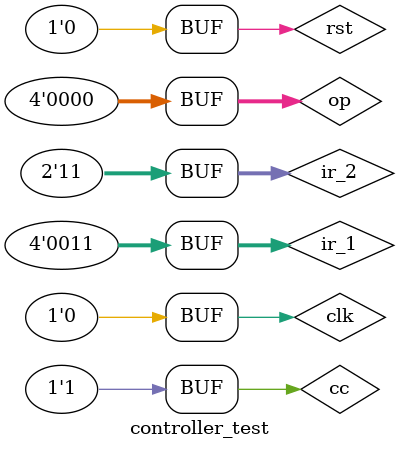
<source format=v>
`timescale 1ns / 1ps


module controller_test;

	// Inputs
	reg [3:0] op;
	reg clk;
	reg rst;
	reg [3:0] ir_1;
	reg [1:0] ir_2;
	reg cc;

	// Outputs
	wire TMDR;
	wire Tlabel;
	wire Tpc;
	wire Tsp;
	wire Treg;
	wire R_W;
	wire LDmar;
	wire LDmdr;
	wire LDy;
	wire LDir;
	wire LDsp;
	wire LDpc;
	wire LDreg;
	wire ALUon;
	wire MM;
	wire [2:0] fnSelect;
	wire [3:0] state;
	wire [3:0] nextstate;
	

	// Instantiate the Unit Under Test (UUT)
	controller uut (
		.op(op), 
		.TMDR(TMDR), 
		.Tlabel(Tlabel), 
		.Tpc(Tpc), 
		.Tsp(Tsp), 
		.Treg(Treg), 
		.R_W(R_W), 
		.LDmar(LDmar), 
		.LDmdr(LDmdr), 
		.LDy(LDy), 
		.LDir(LDir), 
		.LDsp(LDsp), 
		.LDpc(LDpc), 
		.LDreg(LDreg), 
		.ALUon(ALUon), 
		.MM(MM), 
		.fnSelect(fnSelect), 
		.cc(cc), 
		.ir_1(ir_1), 
		.ir_2(ir_2), 
		.clk(clk), 
		.rst(rst),
		.nextstate(nextstate),
		.state(state)
	);

	initial begin
		// Initialize Inputs
		op = 0;
		clk = 0;
		rst = 0;
		cc =0;

		// Wait 100 ns for global reset to finish
		#10;
		rst =1;
		#10;
		rst =0;
		
		#5;
		clk =1;
		ir_1 = 4'b1111;
		ir_2 = 2'b00;
		
		#5
		clk =0;
		#5
		clk =1;
		#5
		clk=0;
		#5
		clk =1;
		#5
		clk=0;
		#5
		clk =1;
		#5
		clk=0;
		#5
		clk =1;
		#5
		clk=0;
		#5
		clk =1;
		#5
		clk=0;
		#5
		clk =1;
		#5
		clk=0;
		ir_1 = 4'b1111;
		ir_2 = 2'b01;
		#5
		clk =1;
		#5
		clk=0;
		#5
		clk =1;
		#5
		clk=0;
		#5
		clk =1;
		#5
		clk=0;
		#5
		clk =1;
		#5
		clk=0;
		#5
		clk =1;
		#5
		clk=0;
		ir_2 = 10;
		#5
		clk =1;
		#5
		clk=0;
		#5
		clk =1;
		#5
		clk=0;
		#5
		clk =1;
		#5
		clk=0;
		#5
		clk =1;
		#5
		clk=0;
		#5
		clk =1;
		#5
		clk=0;
      #5
		clk =1;
		#5
		clk=0;
		ir_2 = 11;
		#5
		clk =1;
		#5
		clk=0;
		#5
		clk =1;
		#5
		clk=0;
		#5
		clk =1;
		#5
		clk=0;
		#5
		clk =1;
		#5
		clk=0;
		#5
		clk =1;
		#5
		clk=0;
		ir_1 = 4'b1010;
		#5
		clk =1;
		#5
		clk=0;
		#5
		clk =1;
		#5
		clk=0;
		#5
		clk =1;
		#5
		clk=0;
		#5
		clk =1;
		#5
		clk=0;
		#5
		clk =1;
		#5
		clk=0;
		#5
		clk =1;
		#5
		clk=0;
		#5
		clk =1;
		#5
		clk=0;
		#5
		clk =1;
		#5
		clk=0;
		ir_1 = 4'b0001;
		#5
		clk =1;
		#5
		clk=0;
		#5
		clk =1;
		#5
		clk=0;
		#5
		clk =1;
		#5
		clk=0;
		#5
		clk =1;
		#5
		clk=0;
		ir_1 = 4'b0011;
		cc =1;
		#5
		clk =1;
		#5
		clk=0;
		#5
		clk =1;
		#5
		clk=0;
		#5
		clk =1;
		#5
		clk=0;
		#5
		clk =1;
		#5
		clk=0;
		// Add stimulus here

	end
      
endmodule


</source>
